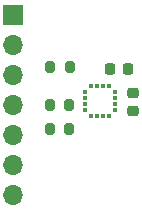
<source format=gbr>
%TF.GenerationSoftware,KiCad,Pcbnew,(6.0.6-0)*%
%TF.CreationDate,2022-08-17T23:58:55-07:00*%
%TF.ProjectId,mmc5983ma,6d6d6335-3938-4336-9d61-2e6b69636164,rev?*%
%TF.SameCoordinates,Original*%
%TF.FileFunction,Soldermask,Top*%
%TF.FilePolarity,Negative*%
%FSLAX46Y46*%
G04 Gerber Fmt 4.6, Leading zero omitted, Abs format (unit mm)*
G04 Created by KiCad (PCBNEW (6.0.6-0)) date 2022-08-17 23:58:55*
%MOMM*%
%LPD*%
G01*
G04 APERTURE LIST*
G04 Aperture macros list*
%AMRoundRect*
0 Rectangle with rounded corners*
0 $1 Rounding radius*
0 $2 $3 $4 $5 $6 $7 $8 $9 X,Y pos of 4 corners*
0 Add a 4 corners polygon primitive as box body*
4,1,4,$2,$3,$4,$5,$6,$7,$8,$9,$2,$3,0*
0 Add four circle primitives for the rounded corners*
1,1,$1+$1,$2,$3*
1,1,$1+$1,$4,$5*
1,1,$1+$1,$6,$7*
1,1,$1+$1,$8,$9*
0 Add four rect primitives between the rounded corners*
20,1,$1+$1,$2,$3,$4,$5,0*
20,1,$1+$1,$4,$5,$6,$7,0*
20,1,$1+$1,$6,$7,$8,$9,0*
20,1,$1+$1,$8,$9,$2,$3,0*%
G04 Aperture macros list end*
%ADD10RoundRect,0.200000X0.200000X0.275000X-0.200000X0.275000X-0.200000X-0.275000X0.200000X-0.275000X0*%
%ADD11R,0.450000X0.300000*%
%ADD12R,0.300000X0.450000*%
%ADD13RoundRect,0.225000X0.250000X-0.225000X0.250000X0.225000X-0.250000X0.225000X-0.250000X-0.225000X0*%
%ADD14R,1.700000X1.700000*%
%ADD15O,1.700000X1.700000*%
%ADD16RoundRect,0.225000X-0.225000X-0.250000X0.225000X-0.250000X0.225000X0.250000X-0.225000X0.250000X0*%
G04 APERTURE END LIST*
D10*
%TO.C,R1*%
X108115400Y-110286000D03*
X106465400Y-110286000D03*
%TD*%
%TO.C,R3*%
X108103200Y-112267200D03*
X106453200Y-112267200D03*
%TD*%
D11*
%TO.C,U1*%
X109457000Y-109189200D03*
X109457000Y-109689200D03*
X109457000Y-110189200D03*
X109457000Y-110689200D03*
D12*
X109982000Y-111214200D03*
X110482000Y-111214200D03*
X110982000Y-111214200D03*
X111482000Y-111214200D03*
D11*
X112007000Y-110689200D03*
X112007000Y-110189200D03*
X112007000Y-109689200D03*
X112007000Y-109189200D03*
D12*
X111482000Y-108664200D03*
X110982000Y-108664200D03*
X110482000Y-108664200D03*
X109982000Y-108664200D03*
%TD*%
D13*
%TO.C,C2*%
X113488000Y-110756200D03*
X113488000Y-109206200D03*
%TD*%
D10*
%TO.C,R2*%
X108140000Y-107061000D03*
X106490000Y-107061000D03*
%TD*%
D14*
%TO.C,J1*%
X103378000Y-102624200D03*
D15*
X103378000Y-105164200D03*
X103378000Y-107704200D03*
X103378000Y-110244200D03*
X103378000Y-112784200D03*
X103378000Y-115324200D03*
X103378000Y-117864200D03*
%TD*%
D16*
%TO.C,C1*%
X111544600Y-107187200D03*
X113094600Y-107187200D03*
%TD*%
M02*

</source>
